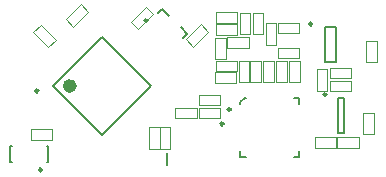
<source format=gto>
G04 Layer_Color=65535*
%FSLAX25Y25*%
%MOIN*%
G70*
G01*
G75*
%ADD52C,0.00984*%
%ADD53C,0.02362*%
%ADD54C,0.00800*%
%ADD55C,0.00787*%
%ADD56C,0.00394*%
D52*
X163900Y148626D02*
G03*
X163900Y148626I-492J0D01*
G01*
X128740Y98819D02*
G03*
X128740Y98819I-492J0D01*
G01*
X189272Y114173D02*
G03*
X189272Y114173I-492J0D01*
G01*
X218799Y147441D02*
G03*
X218799Y147441I-492J0D01*
G01*
X191634Y118898D02*
G03*
X191634Y118898I-492J0D01*
G01*
X127527Y125171D02*
G03*
X127527Y125171I-492J0D01*
G01*
X223524Y124016D02*
G03*
X223524Y124016I-492J0D01*
G01*
D53*
X139143Y126772D02*
G03*
X139143Y126772I-1181J0D01*
G01*
D54*
X170381Y100361D02*
Y104561D01*
D55*
X167444Y150993D02*
X168836Y152384D01*
X171063Y150157D01*
X175796Y142641D02*
X177188Y144033D01*
X174960Y146260D02*
X177188Y144033D01*
X130413Y101575D02*
X130807D01*
X118209Y106693D02*
X118602D01*
X118209Y101575D02*
Y106693D01*
Y101575D02*
X118602D01*
X130413Y106693D02*
X130807D01*
Y101575D02*
Y106693D01*
X222933Y134843D02*
Y146260D01*
X226673D01*
Y134843D02*
Y146260D01*
X222933Y134843D02*
X226673D01*
X212598Y103150D02*
X214567D01*
Y105118D01*
X194882Y103150D02*
X196850D01*
X194882D02*
Y105118D01*
X212598Y122835D02*
X214567D01*
Y120866D02*
Y122835D01*
X196457D02*
X196850D01*
X194882Y121260D02*
X196457Y122835D01*
X194882Y120866D02*
Y121260D01*
X148819Y110347D02*
X165244Y126772D01*
X132394D02*
X148819Y143197D01*
X165244Y126772D01*
X132394D02*
X148819Y110347D01*
X227264Y111221D02*
Y122638D01*
X229429D01*
Y111221D02*
Y122638D01*
X227264Y111221D02*
X229429D01*
D56*
X186417Y127756D02*
Y131299D01*
Y127756D02*
X193504D01*
Y131299D01*
X186417D02*
X193504D01*
X186614Y131693D02*
Y135236D01*
Y131693D02*
X193701D01*
Y135236D01*
X186614D02*
X193701D01*
X186417Y142913D02*
X189961D01*
X186417Y135827D02*
Y142913D01*
Y135827D02*
X189961D01*
Y142913D01*
X193701Y147835D02*
Y151378D01*
X186614D02*
X193701D01*
X186614Y147835D02*
Y151378D01*
Y147835D02*
X193701D01*
X190551Y139567D02*
Y143110D01*
Y139567D02*
X197638D01*
Y143110D01*
X190551D02*
X197638D01*
X199016Y144095D02*
X202559D01*
Y151181D01*
X199016D02*
X202559D01*
X199016Y144095D02*
Y151181D01*
X203346Y147638D02*
X206890D01*
X203346Y140551D02*
Y147638D01*
Y140551D02*
X206890D01*
Y147638D01*
X181102Y120276D02*
Y123819D01*
Y120276D02*
X188189D01*
Y123819D01*
X181102D02*
X188189D01*
X181102Y115945D02*
Y119488D01*
Y115945D02*
X188189D01*
Y119488D01*
X181102D02*
X188189D01*
X167913Y112992D02*
X171457D01*
X167913Y105905D02*
Y112992D01*
Y105905D02*
X171457D01*
Y112992D01*
X173228Y115945D02*
Y119488D01*
Y115945D02*
X180315D01*
Y119488D01*
X173228D02*
X180315D01*
X226772Y106102D02*
Y109646D01*
X219685D02*
X226772D01*
X219685Y106102D02*
Y109646D01*
Y106102D02*
X226772D01*
X211221Y135039D02*
X214764D01*
X211221Y127953D02*
Y135039D01*
Y127953D02*
X214764D01*
Y135039D01*
X206890D02*
X210433D01*
X206890Y127953D02*
Y135039D01*
Y127953D02*
X210433D01*
Y135039D01*
X207480Y144291D02*
Y147835D01*
Y144291D02*
X214567D01*
Y147835D01*
X207480D02*
X214567D01*
X236811Y141732D02*
X240354D01*
X236811Y134646D02*
Y141732D01*
Y134646D02*
X240354D01*
Y141732D01*
X207480Y136024D02*
Y139567D01*
Y136024D02*
X214567D01*
Y139567D01*
X207480D02*
X214567D01*
X224803Y125000D02*
Y128543D01*
Y125000D02*
X231890D01*
Y128543D01*
X224803D02*
X231890D01*
X235728Y110630D02*
X239272D01*
Y117717D01*
X235728D02*
X239272D01*
X235728Y110630D02*
Y117717D01*
X176655Y142350D02*
X179161Y139844D01*
X184172Y144855D01*
X181666Y147361D02*
X184172Y144855D01*
X176655Y142350D02*
X181666Y147361D01*
X125000Y108858D02*
Y112402D01*
Y108858D02*
X132087D01*
Y112402D01*
X125000D02*
X132087D01*
X130879Y139647D02*
X133384Y142153D01*
X128373Y147164D02*
X133384Y142153D01*
X125868Y144658D02*
X128373Y147164D01*
X125868Y144658D02*
X130879Y139647D01*
X198228Y127953D02*
Y135039D01*
X201772D01*
Y127953D02*
Y135039D01*
X198228Y127953D02*
X201772D01*
X197835D02*
Y135039D01*
X194291Y127953D02*
X197835D01*
X194291D02*
Y135039D01*
X197835D01*
X186614Y147441D02*
X193701D01*
Y143898D02*
Y147441D01*
X186614Y143898D02*
X193701D01*
X186614D02*
Y147441D01*
X198228Y144095D02*
Y151181D01*
X194685Y144095D02*
X198228D01*
X194685D02*
Y151181D01*
X198228D01*
X206102Y127953D02*
Y135039D01*
X202559Y127953D02*
X206102D01*
X202559D02*
Y135039D01*
X206102D01*
X227165Y106102D02*
X234252D01*
X227165D02*
Y109646D01*
X234252D01*
Y106102D02*
Y109646D01*
X224803Y132874D02*
X231890D01*
Y129331D02*
Y132874D01*
X224803Y129331D02*
X231890D01*
X224803D02*
Y132874D01*
X223819Y125197D02*
Y132283D01*
X220276Y125197D02*
X223819D01*
X220276D02*
Y132283D01*
X223819D01*
X139102Y146439D02*
X144113Y151450D01*
X136596Y148944D02*
X139102Y146439D01*
X136596Y148944D02*
X141607Y153955D01*
X144113Y151450D01*
X160755Y145651D02*
X165766Y150662D01*
X158250Y148157D02*
X160755Y145651D01*
X158250Y148157D02*
X163261Y153168D01*
X165766Y150662D01*
X164567Y105905D02*
Y112992D01*
X168110D01*
Y105905D02*
Y112992D01*
X164567Y105905D02*
X168110D01*
M02*

</source>
